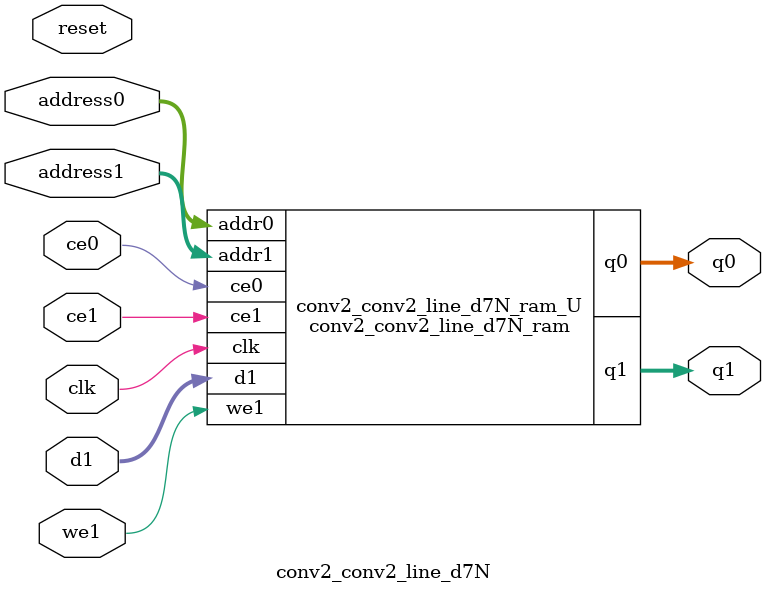
<source format=v>
`timescale 1 ns / 1 ps
module conv2_conv2_line_d7N_ram (addr0, ce0, q0, addr1, ce1, d1, we1, q1,  clk);

parameter DWIDTH = 5;
parameter AWIDTH = 8;
parameter MEM_SIZE = 162;

input[AWIDTH-1:0] addr0;
input ce0;
output reg[DWIDTH-1:0] q0;
input[AWIDTH-1:0] addr1;
input ce1;
input[DWIDTH-1:0] d1;
input we1;
output reg[DWIDTH-1:0] q1;
input clk;

(* ram_style = "distributed" *)reg [DWIDTH-1:0] ram[0:MEM_SIZE-1];




always @(posedge clk)  
begin 
    if (ce0) begin
        q0 <= ram[addr0];
    end
end


always @(posedge clk)  
begin 
    if (ce1) begin
        if (we1) 
            ram[addr1] <= d1; 
        q1 <= ram[addr1];
    end
end


endmodule

`timescale 1 ns / 1 ps
module conv2_conv2_line_d7N(
    reset,
    clk,
    address0,
    ce0,
    q0,
    address1,
    ce1,
    we1,
    d1,
    q1);

parameter DataWidth = 32'd5;
parameter AddressRange = 32'd162;
parameter AddressWidth = 32'd8;
input reset;
input clk;
input[AddressWidth - 1:0] address0;
input ce0;
output[DataWidth - 1:0] q0;
input[AddressWidth - 1:0] address1;
input ce1;
input we1;
input[DataWidth - 1:0] d1;
output[DataWidth - 1:0] q1;



conv2_conv2_line_d7N_ram conv2_conv2_line_d7N_ram_U(
    .clk( clk ),
    .addr0( address0 ),
    .ce0( ce0 ),
    .q0( q0 ),
    .addr1( address1 ),
    .ce1( ce1 ),
    .we1( we1 ),
    .d1( d1 ),
    .q1( q1 ));

endmodule


</source>
